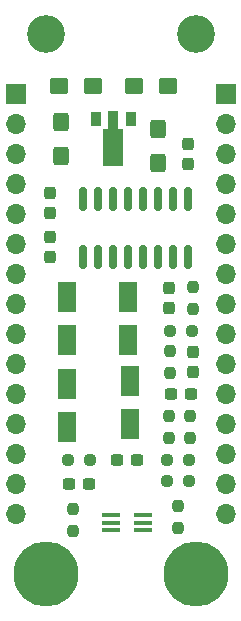
<source format=gbr>
%TF.GenerationSoftware,KiCad,Pcbnew,(6.0.9-0)*%
%TF.CreationDate,2024-03-22T18:27:50+01:00*%
%TF.ProjectId,pt-workshop,70742d77-6f72-46b7-9368-6f702e6b6963,rev?*%
%TF.SameCoordinates,Original*%
%TF.FileFunction,Soldermask,Top*%
%TF.FilePolarity,Negative*%
%FSLAX46Y46*%
G04 Gerber Fmt 4.6, Leading zero omitted, Abs format (unit mm)*
G04 Created by KiCad (PCBNEW (6.0.9-0)) date 2024-03-22 18:27:50*
%MOMM*%
%LPD*%
G01*
G04 APERTURE LIST*
G04 Aperture macros list*
%AMRoundRect*
0 Rectangle with rounded corners*
0 $1 Rounding radius*
0 $2 $3 $4 $5 $6 $7 $8 $9 X,Y pos of 4 corners*
0 Add a 4 corners polygon primitive as box body*
4,1,4,$2,$3,$4,$5,$6,$7,$8,$9,$2,$3,0*
0 Add four circle primitives for the rounded corners*
1,1,$1+$1,$2,$3*
1,1,$1+$1,$4,$5*
1,1,$1+$1,$6,$7*
1,1,$1+$1,$8,$9*
0 Add four rect primitives between the rounded corners*
20,1,$1+$1,$2,$3,$4,$5,0*
20,1,$1+$1,$4,$5,$6,$7,0*
20,1,$1+$1,$6,$7,$8,$9,0*
20,1,$1+$1,$8,$9,$2,$3,0*%
%AMFreePoly0*
4,1,9,3.862500,-0.866500,0.737500,-0.866500,0.737500,-0.450000,-0.737500,-0.450000,-0.737500,0.450000,0.737500,0.450000,0.737500,0.866500,3.862500,0.866500,3.862500,-0.866500,3.862500,-0.866500,$1*%
G04 Aperture macros list end*
%ADD10RoundRect,0.250000X-0.550000X1.050000X-0.550000X-1.050000X0.550000X-1.050000X0.550000X1.050000X0*%
%ADD11RoundRect,0.250000X-0.537500X-0.425000X0.537500X-0.425000X0.537500X0.425000X-0.537500X0.425000X0*%
%ADD12RoundRect,0.237500X0.237500X-0.250000X0.237500X0.250000X-0.237500X0.250000X-0.237500X-0.250000X0*%
%ADD13RoundRect,0.237500X0.250000X0.237500X-0.250000X0.237500X-0.250000X-0.237500X0.250000X-0.237500X0*%
%ADD14RoundRect,0.237500X-0.237500X0.300000X-0.237500X-0.300000X0.237500X-0.300000X0.237500X0.300000X0*%
%ADD15C,5.500000*%
%ADD16RoundRect,0.237500X-0.250000X-0.237500X0.250000X-0.237500X0.250000X0.237500X-0.250000X0.237500X0*%
%ADD17RoundRect,0.250000X0.425000X-0.537500X0.425000X0.537500X-0.425000X0.537500X-0.425000X-0.537500X0*%
%ADD18RoundRect,0.237500X0.237500X-0.300000X0.237500X0.300000X-0.237500X0.300000X-0.237500X-0.300000X0*%
%ADD19RoundRect,0.237500X-0.237500X0.250000X-0.237500X-0.250000X0.237500X-0.250000X0.237500X0.250000X0*%
%ADD20C,3.200000*%
%ADD21RoundRect,0.237500X-0.300000X-0.237500X0.300000X-0.237500X0.300000X0.237500X-0.300000X0.237500X0*%
%ADD22RoundRect,0.237500X0.300000X0.237500X-0.300000X0.237500X-0.300000X-0.237500X0.300000X-0.237500X0*%
%ADD23RoundRect,0.150000X-0.150000X0.825000X-0.150000X-0.825000X0.150000X-0.825000X0.150000X0.825000X0*%
%ADD24RoundRect,0.250000X0.550000X-1.050000X0.550000X1.050000X-0.550000X1.050000X-0.550000X-1.050000X0*%
%ADD25R,0.900000X1.300000*%
%ADD26FreePoly0,270.000000*%
%ADD27R,1.500000X0.400000*%
%ADD28R,1.700000X1.700000*%
%ADD29O,1.700000X1.700000*%
%ADD30RoundRect,0.250000X-0.425000X0.537500X-0.425000X-0.537500X0.425000X-0.537500X0.425000X0.537500X0*%
G04 APERTURE END LIST*
D10*
%TO.C,C216*%
X32258000Y-83036000D03*
X32258000Y-86636000D03*
%TD*%
D11*
%TO.C,C205*%
X37932500Y-57785000D03*
X40807500Y-57785000D03*
%TD*%
D12*
%TO.C,R207*%
X42672000Y-87526500D03*
X42672000Y-85701500D03*
%TD*%
D11*
%TO.C,C201*%
X31582500Y-57785000D03*
X34457500Y-57785000D03*
%TD*%
D13*
%TO.C,R202*%
X42822500Y-78486000D03*
X40997500Y-78486000D03*
%TD*%
D14*
%TO.C,C214*%
X42545000Y-62637500D03*
X42545000Y-64362500D03*
%TD*%
D12*
%TO.C,R201*%
X41021000Y-82065500D03*
X41021000Y-80240500D03*
%TD*%
D15*
%TO.C,H103*%
X30480000Y-99060000D03*
%TD*%
D16*
%TO.C,R208*%
X32361500Y-89408000D03*
X34186500Y-89408000D03*
%TD*%
D17*
%TO.C,C215*%
X40005000Y-64302500D03*
X40005000Y-61427500D03*
%TD*%
D18*
%TO.C,C206*%
X40894000Y-76554500D03*
X40894000Y-74829500D03*
%TD*%
D19*
%TO.C,R306*%
X32766000Y-93575500D03*
X32766000Y-95400500D03*
%TD*%
D20*
%TO.C,H102*%
X30480000Y-53340000D03*
%TD*%
D19*
%TO.C,R205*%
X40894000Y-85701500D03*
X40894000Y-87526500D03*
%TD*%
D15*
%TO.C,H101*%
X43180000Y-99060000D03*
%TD*%
D12*
%TO.C,R301*%
X41656000Y-95146500D03*
X41656000Y-93321500D03*
%TD*%
D21*
%TO.C,C210*%
X32411500Y-91440000D03*
X34136500Y-91440000D03*
%TD*%
D22*
%TO.C,C212*%
X42772500Y-83820000D03*
X41047500Y-83820000D03*
%TD*%
D16*
%TO.C,R204*%
X40743500Y-91186000D03*
X42568500Y-91186000D03*
%TD*%
D23*
%TO.C,U202*%
X42545000Y-67310000D03*
X41275000Y-67310000D03*
X40005000Y-67310000D03*
X38735000Y-67310000D03*
X37465000Y-67310000D03*
X36195000Y-67310000D03*
X34925000Y-67310000D03*
X33655000Y-67310000D03*
X33655000Y-72260000D03*
X34925000Y-72260000D03*
X36195000Y-72260000D03*
X37465000Y-72260000D03*
X38735000Y-72260000D03*
X40005000Y-72260000D03*
X41275000Y-72260000D03*
X42545000Y-72260000D03*
%TD*%
D20*
%TO.C,H104*%
X43180000Y-53340000D03*
%TD*%
D24*
%TO.C,C207*%
X32258000Y-79270000D03*
X32258000Y-75670000D03*
%TD*%
D13*
%TO.C,R206*%
X42568500Y-89408000D03*
X40743500Y-89408000D03*
%TD*%
D18*
%TO.C,C204*%
X42926000Y-82015500D03*
X42926000Y-80290500D03*
%TD*%
D25*
%TO.C,U201*%
X37695000Y-60580000D03*
D26*
X36195000Y-60667500D03*
D25*
X34695000Y-60580000D03*
%TD*%
D27*
%TO.C,Q301*%
X36008000Y-94092000D03*
X36008000Y-94742000D03*
X36008000Y-95392000D03*
X38668000Y-95392000D03*
X38668000Y-94742000D03*
X38668000Y-94092000D03*
%TD*%
D28*
%TO.C,J103*%
X27940000Y-58420000D03*
D29*
X27940000Y-60960000D03*
X27940000Y-63500000D03*
X27940000Y-66040000D03*
X27940000Y-68580000D03*
X27940000Y-71120000D03*
X27940000Y-73660000D03*
X27940000Y-76200000D03*
X27940000Y-78740000D03*
X27940000Y-81280000D03*
X27940000Y-83820000D03*
X27940000Y-86360000D03*
X27940000Y-88900000D03*
X27940000Y-91440000D03*
X27940000Y-93980000D03*
%TD*%
D18*
%TO.C,C208*%
X30861000Y-68553500D03*
X30861000Y-66828500D03*
%TD*%
D24*
%TO.C,C211*%
X37465000Y-79270000D03*
X37465000Y-75670000D03*
%TD*%
D19*
%TO.C,R203*%
X42926000Y-74779500D03*
X42926000Y-76604500D03*
%TD*%
D30*
%TO.C,C203*%
X31750000Y-60792500D03*
X31750000Y-63667500D03*
%TD*%
D18*
%TO.C,C209*%
X30861000Y-72236500D03*
X30861000Y-70511500D03*
%TD*%
D24*
%TO.C,C202*%
X37592000Y-86382000D03*
X37592000Y-82782000D03*
%TD*%
D28*
%TO.C,J104*%
X45720000Y-58420000D03*
D29*
X45720000Y-60960000D03*
X45720000Y-63500000D03*
X45720000Y-66040000D03*
X45720000Y-68580000D03*
X45720000Y-71120000D03*
X45720000Y-73660000D03*
X45720000Y-76200000D03*
X45720000Y-78740000D03*
X45720000Y-81280000D03*
X45720000Y-83820000D03*
X45720000Y-86360000D03*
X45720000Y-88900000D03*
X45720000Y-91440000D03*
X45720000Y-93980000D03*
%TD*%
D21*
%TO.C,C213*%
X36475500Y-89408000D03*
X38200500Y-89408000D03*
%TD*%
M02*

</source>
